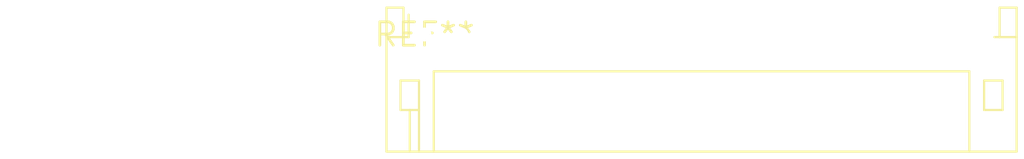
<source format=kicad_pcb>
(kicad_pcb (version 20240108) (generator pcbnew)
  (layers (0 "F.Cu" signal) (31 "B.Cu" signal) (34 "B.Paste" user) (35 "F.Paste" user) (36 "B.SilkS" user "B.Silkscreen") (37 "F.SilkS" user "F.Silkscreen") (38 "B.Mask" user) (39 "F.Mask" user) (44 "Edge.Cuts" user))
  (net 0 "")
  (footprint "JST_PH_S16B-PH-K_1x16_P2.00mm_Horizontal" (layer "F.Cu") (at 0 0)
    (property "Reference" "REF**")
    (property "Value" "JST_PH_S16B-PH-K_1x16_P2.00mm_Horizontal")
    (fp_line (start -2.06 -1.46) (end -2.06 6.36) (layer "F.SilkS") (stroke (width 0.12)))
    (fp_line (start -2.06 0.14) (end -1.14 0.14) (layer "F.SilkS") (stroke (width 0.12)))
    (fp_line (start -2.06 6.36) (end 32.06 6.36) (layer "F.SilkS") (stroke (width 0.12)))
    (fp_line (start -1.3 2.5) (end -1.3 4.1) (layer "F.SilkS") (stroke (width 0.12)))
    (fp_line (start -1.3 4.1) (end -0.3 4.1) (layer "F.SilkS") (stroke (width 0.12)))
    (fp_line (start -1.14 -1.46) (end -2.06 -1.46) (layer "F.SilkS") (stroke (width 0.12)))
    (fp_line (start -1.14 0.14) (end -1.14 -1.46) (layer "F.SilkS") (stroke (width 0.12)))
    (fp_line (start -0.86 0.14) (end -1.14 0.14) (layer "F.SilkS") (stroke (width 0.12)))
    (fp_line (start -0.86 0.14) (end -0.86 -1.075) (layer "F.SilkS") (stroke (width 0.12)))
    (fp_line (start -0.8 4.1) (end -0.8 6.36) (layer "F.SilkS") (stroke (width 0.12)))
    (fp_line (start -0.3 2.5) (end -1.3 2.5) (layer "F.SilkS") (stroke (width 0.12)))
    (fp_line (start -0.3 4.1) (end -0.3 2.5) (layer "F.SilkS") (stroke (width 0.12)))
    (fp_line (start -0.3 4.1) (end -0.3 6.36) (layer "F.SilkS") (stroke (width 0.12)))
    (fp_line (start 0.5 2) (end 29.5 2) (layer "F.SilkS") (stroke (width 0.12)))
    (fp_line (start 0.5 6.36) (end 0.5 2) (layer "F.SilkS") (stroke (width 0.12)))
    (fp_line (start 29.5 2) (end 29.5 6.36) (layer "F.SilkS") (stroke (width 0.12)))
    (fp_line (start 30.3 2.5) (end 31.3 2.5) (layer "F.SilkS") (stroke (width 0.12)))
    (fp_line (start 30.3 4.1) (end 30.3 2.5) (layer "F.SilkS") (stroke (width 0.12)))
    (fp_line (start 31.14 -1.46) (end 31.14 0.14) (layer "F.SilkS") (stroke (width 0.12)))
    (fp_line (start 31.14 0.14) (end 30.86 0.14) (layer "F.SilkS") (stroke (width 0.12)))
    (fp_line (start 31.3 2.5) (end 31.3 4.1) (layer "F.SilkS") (stroke (width 0.12)))
    (fp_line (start 31.3 4.1) (end 30.3 4.1) (layer "F.SilkS") (stroke (width 0.12)))
    (fp_line (start 32.06 -1.46) (end 31.14 -1.46) (layer "F.SilkS") (stroke (width 0.12)))
    (fp_line (start 32.06 0.14) (end 31.14 0.14) (layer "F.SilkS") (stroke (width 0.12)))
    (fp_line (start 32.06 6.36) (end 32.06 -1.46) (layer "F.SilkS") (stroke (width 0.12)))
    (pad "1" thru_hole roundrect (at 0 0) (size 1.2 1.75) (drill 0.75) (layers *.Cu *.Mask) (remove_unused_layers) (roundrect_rratio 0.208333))
    (pad "2" thru_hole oval (at 2 0) (size 1.2 1.75) (drill 0.75) (layers *.Cu *.Mask) (remove_unused_layers))
    (pad "3" thru_hole oval (at 4 0) (size 1.2 1.75) (drill 0.75) (layers *.Cu *.Mask) (remove_unused_layers))
    (pad "4" thru_hole oval (at 6 0) (size 1.2 1.75) (drill 0.75) (layers *.Cu *.Mask) (remove_unused_layers))
    (pad "5" thru_hole oval (at 8 0) (size 1.2 1.75) (drill 0.75) (layers *.Cu *.Mask) (remove_unused_layers))
    (pad "6" thru_hole oval (at 10 0) (size 1.2 1.75) (drill 0.75) (layers *.Cu *.Mask) (remove_unused_layers))
    (pad "7" thru_hole oval (at 12 0) (size 1.2 1.75) (drill 0.75) (layers *.Cu *.Mask) (remove_unused_layers))
    (pad "8" thru_hole oval (at 14 0) (size 1.2 1.75) (drill 0.75) (layers *.Cu *.Mask) (remove_unused_layers))
    (pad "9" thru_hole oval (at 16 0) (size 1.2 1.75) (drill 0.75) (layers *.Cu *.Mask) (remove_unused_layers))
    (pad "10" thru_hole oval (at 18 0) (size 1.2 1.75) (drill 0.75) (layers *.Cu *.Mask) (remove_unused_layers))
    (pad "11" thru_hole oval (at 20 0) (size 1.2 1.75) (drill 0.75) (layers *.Cu *.Mask) (remove_unused_layers))
    (pad "12" thru_hole oval (at 22 0) (size 1.2 1.75) (drill 0.75) (layers *.Cu *.Mask) (remove_unused_layers))
    (pad "13" thru_hole oval (at 24 0) (size 1.2 1.75) (drill 0.75) (layers *.Cu *.Mask) (remove_unused_layers))
    (pad "14" thru_hole oval (at 26 0) (size 1.2 1.75) (drill 0.75) (layers *.Cu *.Mask) (remove_unused_layers))
    (pad "15" thru_hole oval (at 28 0) (size 1.2 1.75) (drill 0.75) (layers *.Cu *.Mask) (remove_unused_layers))
    (pad "16" thru_hole oval (at 30 0) (size 1.2 1.75) (drill 0.75) (layers *.Cu *.Mask) (remove_unused_layers))
  )
)
</source>
